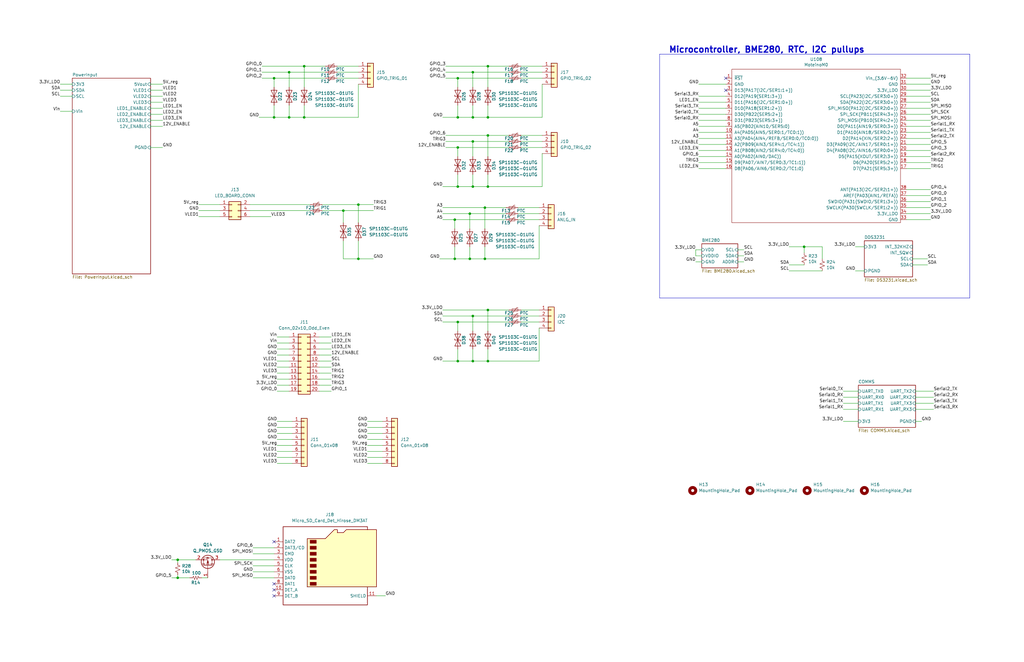
<source format=kicad_sch>
(kicad_sch (version 20230121) (generator eeschema)
  (paper "B")
  (title_block (title "BUM2 LED Controller") (date "2023-01-10") (rev "B"))
  (junction (at 151.13 109.22))
  (junction (at 74.93 243.84))
  (junction (at 121.92 30.48))
  (junction (at 191.77 92.71))
  (junction (at 205.74 152.4))
  (junction (at 191.77 109.22))
  (junction (at 74.93 236.22))
  (junction (at 193.04 135.89))
  (junction (at 151.13 86.36))
  (junction (at 205.74 57.15))
  (junction (at 115.57 49.53))
  (junction (at 193.04 62.23))
  (junction (at 193.04 33.02))
  (junction (at 204.47 109.22))
  (junction (at 144.78 88.9))
  (junction (at 198.12 90.17))
  (junction (at 193.04 78.74))
  (junction (at 128.27 27.94))
  (junction (at 199.39 78.74))
  (junction (at 193.04 152.4))
  (junction (at 205.74 130.81))
  (junction (at 128.27 49.53))
  (junction (at 121.92 49.53))
  (junction (at 193.04 49.53))
  (junction (at 199.39 59.69))
  (junction (at 339.09 104.14))
  (junction (at 205.74 27.94))
  (junction (at 205.74 78.74))
  (junction (at 205.74 49.53))
  (junction (at 199.39 30.48))
  (junction (at 115.57 33.02))
  (junction (at 204.47 87.63))
  (junction (at 199.39 152.4))
  (junction (at 199.39 133.35))
  (junction (at 198.12 109.22))
  (junction (at 199.39 49.53))
  (no_connect (at 306.07 38.1))
  (no_connect (at 115.57 228.6))
  (no_connect (at 115.57 246.38))
  (no_connect (at 306.07 33.02))
  (no_connect (at 115.57 251.46))
  (no_connect (at 115.57 248.92))
  (wire (pts (xy 382.27 38.1) (xy 392.43 38.1)))
  (wire (pts (xy 154.94 180.34) (xy 161.29 180.34)))
  (wire (pts (xy 193.04 33.02) (xy 193.04 36.83)))
  (wire (pts (xy 294.64 45.72) (xy 306.07 45.72)))
  (wire (pts (xy 135.89 88.9) (xy 144.78 88.9)))
  (wire (pts (xy 134.62 154.94) (xy 139.7 154.94)))
  (wire (pts (xy 204.47 109.22) (xy 198.12 109.22)))
  (wire (pts (xy 386.08 170.18) (xy 393.7 170.18)))
  (wire (pts (xy 382.27 33.02) (xy 392.43 33.02)))
  (wire (pts (xy 134.62 144.78) (xy 139.7 144.78)))
  (wire (pts (xy 198.12 104.14) (xy 198.12 109.22)))
  (wire (pts (xy 121.92 49.53) (xy 115.57 49.53)))
  (wire (pts (xy 219.71 59.69) (xy 228.6 59.69)))
  (wire (pts (xy 199.39 152.4) (xy 193.04 152.4)))
  (wire (pts (xy 144.78 109.22) (xy 151.13 109.22)))
  (wire (pts (xy 205.74 130.81) (xy 205.74 139.7)))
  (wire (pts (xy 294.64 48.26) (xy 306.07 48.26)))
  (wire (pts (xy 205.74 152.4) (xy 227.33 152.4)))
  (wire (pts (xy 306.07 66.04) (xy 294.64 66.04)))
  (wire (pts (xy 63.5 38.1) (xy 68.58 38.1)))
  (wire (pts (xy 219.71 27.94) (xy 228.6 27.94)))
  (wire (pts (xy 154.94 195.58) (xy 161.29 195.58)))
  (wire (pts (xy 116.84 195.58) (xy 123.19 195.58)))
  (wire (pts (xy 134.62 165.1) (xy 139.7 165.1)))
  (wire (pts (xy 293.37 105.41) (xy 295.91 105.41)))
  (wire (pts (xy 186.69 90.17) (xy 198.12 90.17)))
  (wire (pts (xy 74.93 236.22) (xy 74.93 237.49)))
  (wire (pts (xy 92.71 236.22) (xy 115.57 236.22)))
  (wire (pts (xy 205.74 57.15) (xy 205.74 66.04)))
  (wire (pts (xy 106.68 233.68) (xy 115.57 233.68)))
  (wire (pts (xy 142.24 33.02) (xy 151.13 33.02)))
  (wire (pts (xy 219.71 57.15) (xy 228.6 57.15)))
  (wire (pts (xy 386.08 167.64) (xy 393.7 167.64)))
  (wire (pts (xy 106.68 238.76) (xy 115.57 238.76)))
  (wire (pts (xy 134.62 152.4) (xy 139.7 152.4)))
  (wire (pts (xy 154.94 182.88) (xy 161.29 182.88)))
  (wire (pts (xy 116.84 160.02) (xy 121.92 160.02)))
  (wire (pts (xy 199.39 133.35) (xy 214.63 133.35)))
  (wire (pts (xy 227.33 138.43) (xy 227.33 152.4)))
  (wire (pts (xy 186.69 87.63) (xy 204.47 87.63)))
  (wire (pts (xy 386.08 172.72) (xy 393.7 172.72)))
  (wire (pts (xy 128.27 44.45) (xy 128.27 49.53)))
  (wire (pts (xy 116.84 185.42) (xy 123.19 185.42)))
  (wire (pts (xy 311.15 105.41) (xy 313.69 105.41)))
  (wire (pts (xy 134.62 149.86) (xy 139.7 149.86)))
  (wire (pts (xy 83.82 88.9) (xy 92.71 88.9)))
  (wire (pts (xy 193.04 147.32) (xy 193.04 152.4)))
  (wire (pts (xy 382.27 43.18) (xy 392.43 43.18)))
  (wire (pts (xy 115.57 44.45) (xy 115.57 49.53)))
  (wire (pts (xy 134.62 162.56) (xy 139.7 162.56)))
  (wire (pts (xy 186.69 135.89) (xy 193.04 135.89)))
  (wire (pts (xy 198.12 90.17) (xy 198.12 96.52)))
  (wire (pts (xy 382.27 87.63) (xy 392.43 87.63)))
  (wire (pts (xy 187.96 62.23) (xy 193.04 62.23)))
  (wire (pts (xy 339.09 104.14) (xy 346.71 104.14)))
  (wire (pts (xy 205.74 57.15) (xy 214.63 57.15)))
  (wire (pts (xy 219.71 33.02) (xy 228.6 33.02)))
  (wire (pts (xy 382.27 80.01) (xy 392.43 80.01)))
  (wire (pts (xy 218.44 90.17) (xy 227.33 90.17)))
  (wire (pts (xy 186.69 133.35) (xy 199.39 133.35)))
  (wire (pts (xy 218.44 87.63) (xy 227.33 87.63)))
  (wire (pts (xy 63.5 35.56) (xy 68.58 35.56)))
  (wire (pts (xy 382.27 68.58) (xy 392.43 68.58)))
  (wire (pts (xy 219.71 130.81) (xy 227.33 130.81)))
  (wire (pts (xy 116.84 144.78) (xy 121.92 144.78)))
  (wire (pts (xy 355.6 165.1) (xy 361.95 165.1)))
  (wire (pts (xy 382.27 58.42) (xy 392.43 58.42)))
  (wire (pts (xy 128.27 27.94) (xy 128.27 36.83)))
  (wire (pts (xy 74.93 242.57) (xy 74.93 243.84)))
  (wire (pts (xy 204.47 87.63) (xy 204.47 96.52)))
  (wire (pts (xy 205.74 130.81) (xy 214.63 130.81)))
  (wire (pts (xy 306.07 60.96) (xy 294.64 60.96)))
  (wire (pts (xy 219.71 133.35) (xy 227.33 133.35)))
  (wire (pts (xy 116.84 180.34) (xy 123.19 180.34)))
  (wire (pts (xy 121.92 30.48) (xy 137.16 30.48)))
  (wire (pts (xy 186.69 49.53) (xy 193.04 49.53)))
  (wire (pts (xy 63.5 50.8) (xy 68.58 50.8)))
  (wire (pts (xy 154.94 187.96) (xy 161.29 187.96)))
  (wire (pts (xy 199.39 147.32) (xy 199.39 152.4)))
  (wire (pts (xy 25.4 40.64) (xy 30.48 40.64)))
  (wire (pts (xy 116.84 162.56) (xy 121.92 162.56)))
  (wire (pts (xy 151.13 101.6) (xy 151.13 109.22)))
  (wire (pts (xy 72.39 236.22) (xy 74.93 236.22)))
  (wire (pts (xy 105.41 88.9) (xy 130.81 88.9)))
  (wire (pts (xy 116.84 177.8) (xy 123.19 177.8)))
  (wire (pts (xy 228.6 35.56) (xy 228.6 49.53)))
  (wire (pts (xy 186.69 152.4) (xy 193.04 152.4)))
  (wire (pts (xy 355.6 177.8) (xy 361.95 177.8)))
  (wire (pts (xy 63.5 48.26) (xy 68.58 48.26)))
  (wire (pts (xy 205.74 49.53) (xy 199.39 49.53)))
  (wire (pts (xy 116.84 157.48) (xy 121.92 157.48)))
  (wire (pts (xy 382.27 66.04) (xy 392.43 66.04)))
  (wire (pts (xy 128.27 27.94) (xy 137.16 27.94)))
  (wire (pts (xy 63.5 40.64) (xy 68.58 40.64)))
  (wire (pts (xy 116.84 187.96) (xy 123.19 187.96)))
  (wire (pts (xy 74.93 236.22) (xy 82.55 236.22)))
  (wire (pts (xy 204.47 87.63) (xy 213.36 87.63)))
  (wire (pts (xy 193.04 62.23) (xy 193.04 66.04)))
  (wire (pts (xy 134.62 142.24) (xy 139.7 142.24)))
  (wire (pts (xy 332.74 114.3) (xy 346.71 114.3)))
  (wire (pts (xy 306.07 71.12) (xy 294.64 71.12)))
  (wire (pts (xy 121.92 30.48) (xy 121.92 36.83)))
  (wire (pts (xy 106.68 231.14) (xy 115.57 231.14)))
  (wire (pts (xy 193.04 73.66) (xy 193.04 78.74)))
  (wire (pts (xy 106.68 243.84) (xy 115.57 243.84)))
  (wire (pts (xy 105.41 91.44) (xy 114.3 91.44)))
  (wire (pts (xy 193.04 135.89) (xy 214.63 135.89)))
  (wire (pts (xy 392.43 55.88) (xy 382.27 55.88)))
  (wire (pts (xy 186.69 92.71) (xy 191.77 92.71)))
  (wire (pts (xy 187.96 33.02) (xy 193.04 33.02)))
  (wire (pts (xy 154.94 177.8) (xy 161.29 177.8)))
  (wire (pts (xy 151.13 109.22) (xy 157.48 109.22)))
  (wire (pts (xy 205.74 73.66) (xy 205.74 78.74)))
  (wire (pts (xy 144.78 88.9) (xy 144.78 93.98)))
  (wire (pts (xy 191.77 92.71) (xy 213.36 92.71)))
  (wire (pts (xy 306.07 50.8) (xy 294.64 50.8)))
  (wire (pts (xy 187.96 57.15) (xy 205.74 57.15)))
  (wire (pts (xy 193.04 135.89) (xy 193.04 139.7)))
  (wire (pts (xy 74.93 243.84) (xy 80.01 243.84)))
  (wire (pts (xy 116.84 193.04) (xy 123.19 193.04)))
  (wire (pts (xy 63.5 62.23) (xy 68.58 62.23)))
  (wire (pts (xy 158.75 251.46) (xy 162.56 251.46)))
  (wire (pts (xy 25.4 46.99) (xy 30.48 46.99)))
  (wire (pts (xy 106.68 241.3) (xy 115.57 241.3)))
  (wire (pts (xy 191.77 92.71) (xy 191.77 96.52)))
  (wire (pts (xy 134.62 157.48) (xy 139.7 157.48)))
  (wire (pts (xy 205.74 147.32) (xy 205.74 152.4)))
  (wire (pts (xy 105.41 86.36) (xy 130.81 86.36)))
  (wire (pts (xy 382.27 40.64) (xy 392.43 40.64)))
  (wire (pts (xy 134.62 160.02) (xy 139.7 160.02)))
  (wire (pts (xy 144.78 101.6) (xy 144.78 109.22)))
  (wire (pts (xy 294.64 35.56) (xy 306.07 35.56)))
  (wire (pts (xy 205.74 78.74) (xy 199.39 78.74)))
  (wire (pts (xy 142.24 30.48) (xy 151.13 30.48)))
  (wire (pts (xy 199.39 30.48) (xy 199.39 36.83)))
  (wire (pts (xy 154.94 185.42) (xy 161.29 185.42)))
  (wire (pts (xy 294.64 53.34) (xy 306.07 53.34)))
  (wire (pts (xy 205.74 27.94) (xy 214.63 27.94)))
  (wire (pts (xy 382.27 50.8) (xy 392.43 50.8)))
  (wire (pts (xy 121.92 44.45) (xy 121.92 49.53)))
  (wire (pts (xy 115.57 33.02) (xy 115.57 36.83)))
  (wire (pts (xy 355.6 167.64) (xy 361.95 167.64)))
  (wire (pts (xy 339.09 106.68) (xy 339.09 104.14)))
  (wire (pts (xy 392.43 60.96) (xy 382.27 60.96)))
  (wire (pts (xy 384.81 111.76) (xy 391.16 111.76)))
  (wire (pts (xy 219.71 30.48) (xy 228.6 30.48)))
  (wire (pts (xy 294.64 58.42) (xy 306.07 58.42)))
  (wire (pts (xy 144.78 88.9) (xy 157.48 88.9)))
  (wire (pts (xy 382.27 35.56) (xy 392.43 35.56)))
  (wire (pts (xy 151.13 49.53) (xy 128.27 49.53)))
  (wire (pts (xy 151.13 86.36) (xy 157.48 86.36)))
  (wire (pts (xy 205.74 44.45) (xy 205.74 49.53)))
  (wire (pts (xy 193.04 44.45) (xy 193.04 49.53)))
  (wire (pts (xy 382.27 63.5) (xy 392.43 63.5)))
  (wire (pts (xy 193.04 62.23) (xy 214.63 62.23)))
  (wire (pts (xy 151.13 35.56) (xy 151.13 49.53)))
  (wire (pts (xy 228.6 49.53) (xy 205.74 49.53)))
  (wire (pts (xy 384.81 109.22) (xy 391.16 109.22)))
  (wire (pts (xy 135.89 86.36) (xy 151.13 86.36)))
  (wire (pts (xy 392.43 48.26) (xy 382.27 48.26)))
  (wire (pts (xy 219.71 62.23) (xy 228.6 62.23)))
  (wire (pts (xy 116.84 149.86) (xy 121.92 149.86)))
  (wire (pts (xy 332.74 111.76) (xy 339.09 111.76)))
  (polyline (pts (xy 408.94 22.86) (xy 408.94 125.73)))
  (wire (pts (xy 115.57 33.02) (xy 137.16 33.02)))
  (wire (pts (xy 392.43 71.12) (xy 382.27 71.12)))
  (wire (pts (xy 218.44 92.71) (xy 227.33 92.71)))
  (wire (pts (xy 151.13 86.36) (xy 151.13 93.98)))
  (wire (pts (xy 382.27 90.17) (xy 392.43 90.17)))
  (wire (pts (xy 360.68 114.3) (xy 364.49 114.3)))
  (wire (pts (xy 134.62 147.32) (xy 139.7 147.32)))
  (wire (pts (xy 386.08 165.1) (xy 393.7 165.1)))
  (wire (pts (xy 311.15 110.49) (xy 313.69 110.49)))
  (wire (pts (xy 154.94 193.04) (xy 161.29 193.04)))
  (wire (pts (xy 198.12 90.17) (xy 213.36 90.17)))
  (wire (pts (xy 116.84 147.32) (xy 121.92 147.32)))
  (wire (pts (xy 128.27 49.53) (xy 121.92 49.53)))
  (wire (pts (xy 355.6 172.72) (xy 361.95 172.72)))
  (wire (pts (xy 187.96 30.48) (xy 199.39 30.48)))
  (wire (pts (xy 116.84 152.4) (xy 121.92 152.4)))
  (wire (pts (xy 199.39 44.45) (xy 199.39 49.53)))
  (wire (pts (xy 185.42 109.22) (xy 191.77 109.22)))
  (wire (pts (xy 186.69 130.81) (xy 205.74 130.81)))
  (wire (pts (xy 204.47 104.14) (xy 204.47 109.22)))
  (wire (pts (xy 83.82 91.44) (xy 92.71 91.44)))
  (wire (pts (xy 191.77 104.14) (xy 191.77 109.22)))
  (wire (pts (xy 110.49 33.02) (xy 115.57 33.02)))
  (wire (pts (xy 294.64 40.64) (xy 306.07 40.64)))
  (wire (pts (xy 199.39 73.66) (xy 199.39 78.74)))
  (wire (pts (xy 109.22 49.53) (xy 115.57 49.53)))
  (wire (pts (xy 198.12 109.22) (xy 191.77 109.22)))
  (wire (pts (xy 219.71 135.89) (xy 227.33 135.89)))
  (wire (pts (xy 346.71 104.14) (xy 346.71 109.22)))
  (wire (pts (xy 392.43 85.09) (xy 382.27 85.09)))
  (wire (pts (xy 154.94 190.5) (xy 161.29 190.5)))
  (wire (pts (xy 227.33 95.25) (xy 227.33 109.22)))
  (wire (pts (xy 294.64 68.58) (xy 306.07 68.58)))
  (wire (pts (xy 199.39 30.48) (xy 214.63 30.48)))
  (wire (pts (xy 339.09 104.14) (xy 332.74 104.14)))
  (wire (pts (xy 382.27 82.55) (xy 392.43 82.55)))
  (wire (pts (xy 83.82 86.36) (xy 92.71 86.36)))
  (wire (pts (xy 228.6 64.77) (xy 228.6 78.74)))
  (wire (pts (xy 186.69 78.74) (xy 193.04 78.74)))
  (wire (pts (xy 116.84 190.5) (xy 123.19 190.5)))
  (wire (pts (xy 199.39 59.69) (xy 214.63 59.69)))
  (wire (pts (xy 116.84 165.1) (xy 121.92 165.1)))
  (wire (pts (xy 63.5 45.72) (xy 68.58 45.72)))
  (wire (pts (xy 313.69 107.95) (xy 311.15 107.95)))
  (wire (pts (xy 63.5 53.34) (xy 68.58 53.34)))
  (wire (pts (xy 386.08 177.8) (xy 388.62 177.8)))
  (wire (pts (xy 293.37 110.49) (xy 295.91 110.49)))
  (polyline (pts (xy 408.94 125.73) (xy 278.13 125.73)))
  (wire (pts (xy 295.91 107.95) (xy 293.37 107.95)))
  (wire (pts (xy 293.37 107.95) (xy 293.37 105.41)))
  (wire (pts (xy 193.04 33.02) (xy 214.63 33.02)))
  (wire (pts (xy 116.84 154.94) (xy 121.92 154.94)))
  (wire (pts (xy 355.6 170.18) (xy 361.95 170.18)))
  (wire (pts (xy 85.09 243.84) (xy 87.63 243.84)))
  (wire (pts (xy 382.27 45.72) (xy 392.43 45.72)))
  (wire (pts (xy 199.39 133.35) (xy 199.39 139.7)))
  (wire (pts (xy 294.64 63.5) (xy 306.07 63.5)))
  (wire (pts (xy 63.5 43.18) (xy 68.58 43.18)))
  (wire (pts (xy 228.6 78.74) (xy 205.74 78.74)))
  (wire (pts (xy 142.24 27.94) (xy 151.13 27.94)))
  (wire (pts (xy 360.68 104.14) (xy 364.49 104.14)))
  (wire (pts (xy 199.39 49.53) (xy 193.04 49.53)))
  (wire (pts (xy 116.84 182.88) (xy 123.19 182.88)))
  (wire (pts (xy 110.49 30.48) (xy 121.92 30.48)))
  (wire (pts (xy 25.4 35.56) (xy 30.48 35.56)))
  (wire (pts (xy 187.96 27.94) (xy 205.74 27.94)))
  (wire (pts (xy 25.4 38.1) (xy 30.48 38.1)))
  (polyline (pts (xy 278.13 125.73) (xy 278.13 22.86)))
  (wire (pts (xy 205.74 27.94) (xy 205.74 36.83)))
  (wire (pts (xy 382.27 92.71) (xy 392.43 92.71)))
  (wire (pts (xy 205.74 152.4) (xy 199.39 152.4)))
  (wire (pts (xy 116.84 142.24) (xy 121.92 142.24)))
  (wire (pts (xy 227.33 109.22) (xy 204.47 109.22)))
  (wire (pts (xy 306.07 43.18) (xy 294.64 43.18)))
  (wire (pts (xy 72.39 243.84) (xy 74.93 243.84)))
  (wire (pts (xy 306.07 55.88) (xy 294.64 55.88)))
  (wire (pts (xy 187.96 59.69) (xy 199.39 59.69)))
  (wire (pts (xy 382.27 53.34) (xy 392.43 53.34)))
  (polyline (pts (xy 278.13 22.86) (xy 408.94 22.86)))
  (wire (pts (xy 199.39 59.69) (xy 199.39 66.04)))
  (wire (pts (xy 199.39 78.74) (xy 193.04 78.74)))
  (wire (pts (xy 110.49 27.94) (xy 128.27 27.94)))
  (text "Microcontroller, BME280, RTC, I2C pullups\n\n" (at 281.94 26.67 0) (effects (font (size 2.54 2.54) (thickness 0.508) bold) (justify left bottom)))
  (label "GPIO_5" (at 72.39 243.84 180))
  (label "SPI_MOSI" (at 392.43 50.8 0))
  (label "SPI_SCK" (at 392.43 48.26 0))
  (label "3.3V_LDO" (at 293.37 105.41 180))
  (label "GPIO_0" (at 110.49 27.94 180))
  (label "A5" (at 186.69 92.71 180))
  (label "LED1_EN" (at 294.64 43.18 180))
  (label "GND" (at 154.94 180.34 180))
  (label "3.3V_LDO" (at 186.69 130.81 180))
  (label "GPIO_5" (at 187.96 33.02 180))
  (label "SPI_MOSI" (at 106.68 233.68 180))
  (label "VLED1" (at 116.84 190.5 180))
  (label "GND" (at 154.94 185.42 180))
  (label "Serial2_RX" (at 393.7 167.64 0))
  (label "Vin" (at 116.84 142.24 180))
  (label "LED1_EN" (at 68.58 45.72 0))
  (label "TRIG2" (at 139.7 160.02 0))
  (label "SPI_SCK" (at 106.68 238.76 180))
  (label "Serial2_TX" (at 392.43 58.42 0))
  (label "GND" (at 157.48 109.22 0))
  (label "SCL" (at 25.4 40.64 180))
  (label "GND" (at 293.37 110.49 180))
  (label "LED2_EN" (at 139.7 144.78 0))
  (label "GND" (at 83.82 88.9 180))
  (label "GND" (at 294.64 35.56 180))
  (label "Serial1_RX" (at 392.43 53.34 0))
  (label "GPIO_6" (at 106.68 231.14 180))
  (label "SDA" (at 332.74 111.76 180))
  (label "GND" (at 116.84 180.34 180))
  (label "SCL" (at 332.74 114.3 180))
  (label "GND" (at 185.42 109.22 180))
  (label "GPIO_2" (at 392.43 87.63 0))
  (label "3.3V_LDO" (at 116.84 162.56 180))
  (label "VLED1" (at 83.82 91.44 180))
  (label "Serial3_RX" (at 294.64 40.64 180))
  (label "SCL" (at 391.16 109.22 0))
  (label "GND" (at 116.84 177.8 180))
  (label "GPIO_0" (at 116.84 165.1 180))
  (label "LED3_EN" (at 294.64 63.5 180))
  (label "LED3_EN" (at 68.58 50.8 0))
  (label "TRIG3" (at 187.96 59.69 180))
  (label "GPIO_6" (at 187.96 57.15 180))
  (label "3.3V_LDO" (at 25.4 35.56 180))
  (label "5V_reg" (at 392.43 33.02 0))
  (label "GND" (at 392.43 35.56 0))
  (label "Serial3_RX" (at 393.7 172.72 0))
  (label "Vin" (at 116.84 144.78 180))
  (label "VLED2" (at 116.84 154.94 180))
  (label "GND" (at 360.68 114.3 180))
  (label "Serial1_RX" (at 355.6 172.72 180))
  (label "LED1_EN" (at 139.7 142.24 0))
  (label "TRIG2" (at 392.43 68.58 0))
  (label "GND" (at 388.62 177.8 0))
  (label "GND" (at 116.84 147.32 180))
  (label "Serial2_TX" (at 393.7 165.1 0))
  (label "LED2_EN" (at 294.64 71.12 180))
  (label "3.3V_LDO" (at 392.43 90.17 0))
  (label "12V_ENABLE" (at 68.58 53.34 0))
  (label "SDA" (at 391.16 111.76 0))
  (label "GND" (at 162.56 251.46 0))
  (label "VLED2" (at 116.84 193.04 180))
  (label "Vin" (at 25.4 46.99 180))
  (label "5V_reg" (at 83.82 86.36 180))
  (label "VLED2" (at 68.58 40.64 0))
  (label "VLED1" (at 116.84 152.4 180))
  (label "A3" (at 186.69 87.63 180))
  (label "GPIO_0" (at 392.43 82.55 0))
  (label "VLED3" (at 116.84 157.48 180))
  (label "SCL" (at 313.69 105.41 0))
  (label "GPIO_3" (at 392.43 63.5 0))
  (label "Serial3_TX" (at 294.64 45.72 180))
  (label "SDA" (at 25.4 38.1 180))
  (label "A5" (at 294.64 53.34 180))
  (label "3.3V_LDO" (at 392.43 38.1 0))
  (label "SPI_MISO" (at 106.68 243.84 180))
  (label "GND" (at 106.68 241.3 180))
  (label "GPIO_1" (at 392.43 85.09 0))
  (label "5V_reg" (at 68.58 35.56 0))
  (label "Serial1_TX" (at 392.43 55.88 0))
  (label "Serial1_TX" (at 355.6 170.18 180))
  (label "3.3V_LDO" (at 355.6 177.8 180))
  (label "VLED3" (at 154.94 195.58 180))
  (label "5V_reg" (at 116.84 187.96 180))
  (label "GND" (at 116.84 185.42 180))
  (label "GND" (at 68.58 62.23 0))
  (label "TRIG1" (at 157.48 88.9 0))
  (label "A4" (at 186.69 90.17 180))
  (label "GND" (at 186.69 152.4 180))
  (label "GND" (at 186.69 78.74 180))
  (label "VLED3" (at 114.3 91.44 0))
  (label "SCL" (at 186.69 135.89 180))
  (label "GPIO_2" (at 110.49 33.02 180))
  (label "GPIO_1" (at 110.49 30.48 180))
  (label "GPIO_4" (at 187.96 30.48 180))
  (label "Serial0_TX" (at 294.64 48.26 180))
  (label "VLED3" (at 116.84 195.58 180))
  (label "TRIG3" (at 294.64 68.58 180))
  (label "Serial2_RX" (at 392.43 66.04 0))
  (label "GND" (at 154.94 182.88 180))
  (label "GPIO_6" (at 294.64 66.04 180))
  (label "SPI_MISO" (at 392.43 45.72 0))
  (label "TRIG1" (at 139.7 157.48 0))
  (label "SDA" (at 392.43 43.18 0))
  (label "SCL" (at 392.43 40.64 0))
  (label "3.3V_LDO" (at 332.74 104.14 180))
  (label "GND" (at 154.94 177.8 180))
  (label "5V_reg" (at 154.94 187.96 180))
  (label "SDA" (at 186.69 133.35 180))
  (label "VLED1" (at 68.58 38.1 0))
  (label "Serial3_TX" (at 393.7 170.18 0))
  (label "TRIG3" (at 139.7 162.56 0))
  (label "3.3V_LDO" (at 360.68 104.14 180))
  (label "GPIO_3" (at 187.96 27.94 180))
  (label "GPIO_1" (at 139.7 165.1 0))
  (label "LED2_EN" (at 68.58 48.26 0))
  (label "5V_reg" (at 116.84 160.02 180))
  (label "Serial0_TX" (at 355.6 165.1 180))
  (label "SCL" (at 139.7 152.4 0))
  (label "GND" (at 313.69 110.49 0))
  (label "VLED1" (at 154.94 190.5 180))
  (label "VLED2" (at 154.94 193.04 180))
  (label "GND" (at 186.69 49.53 180))
  (label "12V_ENABLE" (at 294.64 60.96 180))
  (label "Serial0_RX" (at 355.6 167.64 180))
  (label "TRIG1" (at 392.43 71.12 0))
  (label "3.3V_LDO" (at 72.39 236.22 180))
  (label "GND" (at 116.84 149.86 180))
  (label "GND" (at 116.84 182.88 180))
  (label "Serial0_RX" (at 294.64 50.8 180))
  (label "LED3_EN" (at 139.7 147.32 0))
  (label "SDA" (at 313.69 107.95 0))
  (label "VLED3" (at 68.58 43.18 0))
  (label "SDA" (at 139.7 154.94 0))
  (label "GND" (at 392.43 92.71 0))
  (label "TRIG3" (at 157.48 86.36 0))
  (label "A4" (at 294.64 55.88 180))
  (label "GPIO_4" (at 392.43 80.01 0))
  (label "GND" (at 109.22 49.53 180))
  (label "12V_ENABLE" (at 187.96 62.23 180))
  (label "12V_ENABLE" (at 139.7 149.86 0))
  (label "GPIO_5" (at 392.43 60.96 0))
  (label "A3" (at 294.64 58.42 180))
  (symbol (lib_id "Dual-Mag-Camera-Control-rescue:MoteinoM0-ProjectDevices") (at 325.12 54.61 0) (unit 1)
    (property "Reference" "U108" (at 344.17 25.019 0))
    (property "Value" "MoteinoM0" (at 344.17 27.3304 0))
    (property "Footprint" "ProjectFootprints:MoteinoM0_SMD" (effects hide))
    (property "Datasheet" "https://lowpowerlab.com/guide/moteino/moteinom0/" (effects hide))
    (property "Part Number" "MoteinoM0" (effects hide))
    (property "Supplier" "low power lab" (effects hide))
    (property "Link" "https://lowpowerlab.com/guide/moteino/moteinom0/" (effects hide))
  )
  (symbol (lib_id "Connector_Generic:Conn_01x04") (at 232.41 133.35 0) (unit 1)
    (property "Reference" "J20" (at 234.95 133.35 0) (effects (justify left)))
    (property "Value" "I2C" (at 234.95 135.89 0) (effects (justify left)))
    (property "Footprint" "Connector_JST:JST_PH_S4B-PH-SM4-TB_1x04-1MP_P2.00mm_Horizontal" (effects hide))
    (property "Datasheet" "https://www.jst-mfg.com/product/pdf/eng/ePH.pdf" (effects hide))
    (property "Part Number" "455-S4B-PH-SM4-TBCT-ND" (effects hide))
    (property "Supplier" "Digikey" (effects hide))
    (property "Link" "https://www.digikey.com/en/products/detail/jst-sales-america-inc/S4B-PH-SM4-TB/926657" (effects hide))
  )
  (symbol (lib_id "Mechanical:MountingHole") (at 292.1 207.01 0) (unit 1)
    (property "Reference" "H13" (at 294.64 204.4699 0) (effects (justify left)))
    (property "Value" "MountingHole_Pad" (at 294.64 207.0099 0) (effects (justify left)))
    (property "Footprint" "MountingHole:MountingHole_3.2mm_M3_ISO14580" (effects hide))
  )
  (symbol (lib_id "Dual-Mag-Camera-Control-rescue:D_TVS-SPC-Control-rescue") (at 151.13 97.79 270) (unit 1)
    (property "Reference" "D37" (at 153.67 97.79 0))
    (property "Value" "SP1103C-01UTG" (at 163.83 96.52 90))
    (property "Footprint" "Resistor_SMD:R_0603_1608Metric" (effects hide))
    (property "Datasheet" "https://www.digikey.com/product-detail/en/bourns-inc/CDSOD323-T15C/CDSOD323-T15CCT-ND/3742034" (effects hide))
    (property "Part Number" "F10154CT-ND" (effects hide))
    (property "Supplier" "Digikey" (effects hide))
    (property "Link" "https://www.digikey.com/en/products/detail/littelfuse-inc/SP1103C-01UTG/7402656" (effects hide))
  )
  (symbol (lib_id "Dual-Mag-Camera-Control-rescue:D_TVS-SPC-Control-rescue") (at 199.39 69.85 270) (unit 1)
    (property "Reference" "D33" (at 201.93 69.85 0))
    (property "Value" "SP1103C-01UTG" (at 218.44 71.12 90))
    (property "Footprint" "Resistor_SMD:R_0603_1608Metric" (effects hide))
    (property "Datasheet" "https://www.digikey.com/product-detail/en/bourns-inc/CDSOD323-T15C/CDSOD323-T15CCT-ND/3742034" (effects hide))
    (property "Part Number" "F10154CT-ND" (effects hide))
    (property "Supplier" "Digikey" (effects hide))
    (property "Link" "https://www.digikey.com/en/products/detail/littelfuse-inc/SP1103C-01UTG/7402656" (effects hide))
  )
  (symbol (lib_id "Connector_Generic:Conn_01x08") (at 128.27 185.42 0) (unit 1)
    (property "Reference" "J11" (at 130.81 185.42 0) (effects (justify left)))
    (property "Value" "Conn_01x08" (at 130.81 187.96 0) (effects (justify left)))
    (property "Footprint" "Connector_Molex:Molex_PicoBlade_53261-0871_1x08-1MP_P1.25mm_Horizontal" (effects hide))
    (property "Datasheet" "https://www.molex.com/pdm_docs/sd/532610871_sd.pdf" (effects hide))
    (property "Part Number" "WM7626CT-ND" (effects hide))
    (property "Supplier" "Digikey" (effects hide))
    (property "Link" "https://www.digikey.com/en/products/detail/molex/0532610871/699100" (effects hide))
  )
  (symbol (lib_id "Mechanical:MountingHole") (at 364.49 207.01 0) (unit 1)
    (property "Reference" "H16" (at 367.03 204.4699 0) (effects (justify left)))
    (property "Value" "MountingHole_Pad" (at 367.03 207.0099 0) (effects (justify left)))
    (property "Footprint" "MountingHole:MountingHole_3.2mm_M3_ISO14580" (effects hide))
  )
  (symbol (lib_id "Dual-Mag-Camera-Control-rescue:Polyfuse_Small-SPC-Control-rescue") (at 139.7 30.48 270) (unit 1)
    (property "Reference" "F11" (at 137.16 31.75 90))
    (property "Value" "PTC" (at 143.51 31.75 90))
    (property "Footprint" "Resistor_SMD:R_0603_1608Metric" (effects hide))
    (property "Datasheet" "https://www.belfuse.com/resources/datasheets/circuitprotection/ds-cp-0zcm-series.pdf" (effects hide))
    (property "Part Number" "507-0ZCM0001FF2GCT-ND" (effects hide))
    (property "Supplier" "Digikey" (effects hide))
    (property "Link" "https://www.digikey.com/en/products/detail/bel-fuse-inc/0ZCM0001FF2G/10270528" (effects hide))
  )
  (symbol (lib_id "Device:R_Small_US") (at 339.09 109.22 180) (unit 1)
    (property "Reference" "R23" (at 340.8172 108.0516 0) (effects (justify right)))
    (property "Value" "10k" (at 340.8172 110.363 0) (effects (justify right)))
    (property "Footprint" "Resistor_SMD:R_0603_1608Metric" (effects hide))
    (property "Datasheet" "https://www.te.com/commerce/DocumentDelivery/DDEController?Action=srchrtrv&DocNm=1773204&DocType=DS&DocLang=English" (effects hide))
    (property "Link" "https://www.digikey.com/en/products/detail/te-connectivity-passive-product/CRG0603F10K/2055639?s=N4IgTCBcDaIIIEYAMA2JAWAHAYQCoFoA5AERAF0BfIA" (effects hide))
    (property "Part Number" "A106048CT-ND" (effects hide))
    (property "Supplier" "Digikey" (effects hide))
  )
  (symbol (lib_id "Dual-Mag-Camera-Control-rescue:Polyfuse_Small-SPC-Control-rescue") (at 217.17 27.94 270) (unit 1)
    (property "Reference" "F16" (at 214.63 29.21 90))
    (property "Value" "PTC" (at 220.98 29.21 90))
    (property "Footprint" "Resistor_SMD:R_0603_1608Metric" (effects hide))
    (property "Datasheet" "https://www.belfuse.com/resources/datasheets/circuitprotection/ds-cp-0zcm-series.pdf" (effects hide))
    (property "Part Number" "507-0ZCM0001FF2GCT-ND" (effects hide))
    (property "Supplier" "Digikey" (effects hide))
    (property "Link" "https://www.digikey.com/en/products/detail/bel-fuse-inc/0ZCM0001FF2G/10270528" (effects hide))
  )
  (symbol (lib_id "Connector_Generic:Conn_02x03_Odd_Even") (at 97.79 88.9 0) (unit 1)
    (property "Reference" "J13" (at 99.06 80.01 0))
    (property "Value" "LED_BOARD_CONN" (at 99.06 82.55 0))
    (property "Footprint" "ProjectFootprints:009276006021906" (effects hide))
    (property "Datasheet" "https://datasheets.kyocera-avx.com/PokeHomeHorizontal_00-9276.pdf" (effects hide))
    (property "Part Number" "478-009276006021906CT-ND" (effects hide))
    (property "Supplier" "Digikey" (effects hide))
    (property "Link" "https://www.digikey.com/en/products/detail/kyocera-avx/009276006021906/11307880" (effects hide))
  )
  (symbol (lib_id "Dual-Mag-Camera-Control-rescue:Polyfuse_Small-SPC-Control-rescue") (at 217.17 57.15 270) (unit 1)
    (property "Reference" "F20" (at 214.63 58.42 90))
    (property "Value" "PTC" (at 220.98 58.42 90))
    (property "Footprint" "Resistor_SMD:R_0603_1608Metric" (effects hide))
    (property "Datasheet" "https://www.belfuse.com/resources/datasheets/circuitprotection/ds-cp-0zcm-series.pdf" (effects hide))
    (property "Part Number" "507-0ZCM0001FF2GCT-ND" (effects hide))
    (property "Supplier" "Digikey" (effects hide))
    (property "Link" "https://www.digikey.com/en/products/detail/bel-fuse-inc/0ZCM0001FF2G/10270528" (effects hide))
  )
  (symbol (lib_id "Connector_Generic:Conn_01x04") (at 233.68 30.48 0) (unit 1)
    (property "Reference" "J17" (at 236.22 30.48 0) (effects (justify left)))
    (property "Value" "GPIO_TRIG_02" (at 236.22 33.02 0) (effects (justify left)))
    (property "Footprint" "ProjectFootprints:009276004021006" (effects hide))
    (property "Datasheet" "https://datasheets.kyocera-avx.com/PokeHomeHorizontal_00-9276.pdf" (effects hide))
    (property "Part Number" "478-009276004021906CT-ND" (effects hide))
    (property "Supplier" "Digikey" (effects hide))
    (property "Link" "https://www.digikey.com/en/products/detail/kyocera-avx/009276004021906/11307846" (effects hide))
  )
  (symbol (lib_id "Dual-Mag-Camera-Control-rescue:D_TVS-SPC-Control-rescue") (at 128.27 40.64 270) (unit 1)
    (property "Reference" "D24" (at 130.81 40.64 0))
    (property "Value" "SP1103C-01UTG" (at 140.97 39.37 90))
    (property "Footprint" "Resistor_SMD:R_0603_1608Metric" (effects hide))
    (property "Datasheet" "https://www.digikey.com/product-detail/en/bourns-inc/CDSOD323-T15C/CDSOD323-T15CCT-ND/3742034" (effects hide))
    (property "Part Number" "F10154CT-ND" (effects hide))
    (property "Supplier" "Digikey" (effects hide))
    (property "Link" "https://www.digikey.com/en/products/detail/littelfuse-inc/SP1103C-01UTG/7402656" (effects hide))
  )
  (symbol (lib_id "Dual-Mag-Camera-Control-rescue:Polyfuse_Small-SPC-Control-rescue") (at 215.9 92.71 270) (unit 1)
    (property "Reference" "F15" (at 213.36 93.98 90))
    (property "Value" "PTC" (at 219.71 93.98 90))
    (property "Footprint" "Resistor_SMD:R_0603_1608Metric" (effects hide))
    (property "Datasheet" "https://www.belfuse.com/resources/datasheets/circuitprotection/ds-cp-0zcm-series.pdf" (effects hide))
    (property "Part Number" "507-0ZCM0001FF2GCT-ND" (effects hide))
    (property "Supplier" "Digikey" (effects hide))
    (property "Link" "https://www.digikey.com/en/products/detail/bel-fuse-inc/0ZCM0001FF2G/10270528" (effects hide))
  )
  (symbol (lib_id "Connector_Generic:Conn_02x10_Odd_Even") (at 127 152.4 0) (unit 1)
    (property "Reference" "J11" (at 128.27 135.89 0))
    (property "Value" "Conn_02x10_Odd_Even" (at 128.27 138.43 0))
    (property "Footprint" "Connector_PinHeader_2.54mm:PinHeader_2x10_P2.54mm_Vertical" (effects hide))
    (instances (project "System-Controller-UVC" (path "" (reference "J11") (unit 1)) (path "" (reference "J14") (unit 1))))
  )
  (symbol (lib_id "Mechanical:MountingHole") (at 340.36 207.01 0) (unit 1)
    (property "Reference" "H15" (at 342.9 204.4699 0) (effects (justify left)))
    (property "Value" "MountingHole_Pad" (at 342.9 207.0099 0) (effects (justify left)))
    (property "Footprint" "MountingHole:MountingHole_3.2mm_M3_ISO14580" (effects hide))
  )
  (symbol (lib_id "Mechanical:MountingHole") (at 316.23 207.01 0) (unit 1)
    (property "Reference" "H14" (at 318.77 204.4699 0) (effects (justify left)))
    (property "Value" "MountingHole_Pad" (at 318.77 207.0099 0) (effects (justify left)))
    (property "Footprint" "MountingHole:MountingHole_3.2mm_M3_ISO14580" (effects hide))
  )
  (symbol (lib_id "Dual-Mag-Camera-Control-rescue:D_TVS-SPC-Control-rescue") (at 204.47 100.33 270) (unit 1)
    (property "Reference" "D29" (at 207.01 100.33 0))
    (property "Value" "SP1103C-01UTG" (at 217.17 99.06 90))
    (property "Footprint" "Resistor_SMD:R_0603_1608Metric" (effects hide))
    (property "Datasheet" "https://www.digikey.com/product-detail/en/bourns-inc/CDSOD323-T15C/CDSOD323-T15CCT-ND/3742034" (effects hide))
    (property "Part Number" "F10154CT-ND" (effects hide))
    (property "Supplier" "Digikey" (effects hide))
    (property "Link" "https://www.digikey.com/en/products/detail/littelfuse-inc/SP1103C-01UTG/7402656" (effects hide))
  )
  (symbol (lib_id "Dual-Mag-Camera-Control-rescue:Polyfuse_Small-SPC-Control-rescue") (at 217.17 59.69 270) (unit 1)
    (property "Reference" "F21" (at 214.63 60.96 90))
    (property "Value" "PTC" (at 220.98 60.96 90))
    (property "Footprint" "Resistor_SMD:R_0603_1608Metric" (effects hide))
    (property "Datasheet" "https://www.belfuse.com/resources/datasheets/circuitprotection/ds-cp-0zcm-series.pdf" (effects hide))
    (property "Part Number" "507-0ZCM0001FF2GCT-ND" (effects hide))
    (property "Supplier" "Digikey" (effects hide))
    (property "Link" "https://www.digikey.com/en/products/detail/bel-fuse-inc/0ZCM0001FF2G/10270528" (effects hide))
  )
  (symbol (lib_id "Dual-Mag-Camera-Control-rescue:D_TVS-SPC-Control-rescue") (at 198.12 100.33 270) (unit 1)
    (property "Reference" "D27" (at 200.66 100.33 0))
    (property "Value" "SP1103C-01UTG" (at 217.17 101.6 90))
    (property "Footprint" "Resistor_SMD:R_0603_1608Metric" (effects hide))
    (property "Datasheet" "https://www.digikey.com/product-detail/en/bourns-inc/CDSOD323-T15C/CDSOD323-T15CCT-ND/3742034" (effects hide))
    (property "Part Number" "F10154CT-ND" (effects hide))
    (property "Supplier" "Digikey" (effects hide))
    (property "Link" "https://www.digikey.com/en/products/detail/littelfuse-inc/SP1103C-01UTG/7402656" (effects hide))
  )
  (symbol (lib_id "Connector_Generic:Conn_01x04") (at 156.21 30.48 0) (unit 1)
    (property "Reference" "J15" (at 158.75 30.4799 0) (effects (justify left)))
    (property "Value" "GPIO_TRIG_01" (at 158.75 33.0199 0) (effects (justify left)))
    (property "Footprint" "ProjectFootprints:009276004021006" (effects hide))
    (property "Datasheet" "https://datasheets.kyocera-avx.com/PokeHomeHorizontal_00-9276.pdf" (effects hide))
    (property "Part Number" "478-009276004021906CT-ND" (effects hide))
    (property "Supplier" "Digikey" (effects hide))
    (property "Link" "https://www.digikey.com/en/products/detail/kyocera-avx/009276004021906/11307846" (effects hide))
  )
  (symbol (lib_id "Dual-Mag-Camera-Control-rescue:D_TVS-SPC-Control-rescue") (at 205.74 143.51 270) (unit 1)
    (property "Reference" "D40" (at 208.28 143.51 0))
    (property "Value" "SP1103C-01UTG" (at 218.44 142.24 90))
    (property "Footprint" "Resistor_SMD:R_0603_1608Metric" (effects hide))
    (property "Datasheet" "https://www.digikey.com/product-detail/en/bourns-inc/CDSOD323-T15C/CDSOD323-T15CCT-ND/3742034" (effects hide))
    (property "Part Number" "F10154CT-ND" (effects hide))
    (property "Supplier" "Digikey" (effects hide))
    (property "Link" "https://www.digikey.com/en/products/detail/littelfuse-inc/SP1103C-01UTG/7402656" (effects hide))
  )
  (symbol (lib_id "Project-Symbols:Q_PMOS_GSD") (at 87.63 238.76 270) (mirror x) (unit 1)
    (property "Reference" "Q14" (at 87.63 229.87 90))
    (property "Value" "Q_PMOS_GSD" (at 87.63 232.41 90))
    (property "Footprint" "Package_TO_SOT_SMD:SOT-23" (effects hide))
    (property "Datasheet" "https://www.diodes.com/assets/Datasheets/BSS84.pdf" (effects hide))
    (property "Part Number" "BSS84-FDICT-ND" (effects hide))
    (property "Supplier" "Digikey" (effects hide))
    (property "Link" "https://www.digikey.com/en/products/detail/diodes-incorporated/BSS84-7-F/717724" (effects hide))
  )
  (symbol (lib_id "Dual-Mag-Camera-Control-rescue:D_TVS-SPC-Control-rescue") (at 205.74 40.64 270) (unit 1)
    (property "Reference" "D30" (at 208.28 40.64 0))
    (property "Value" "SP1103C-01UTG" (at 218.44 39.37 90))
    (property "Footprint" "Resistor_SMD:R_0603_1608Metric" (effects hide))
    (property "Datasheet" "https://www.digikey.com/product-detail/en/bourns-inc/CDSOD323-T15C/CDSOD323-T15CCT-ND/3742034" (effects hide))
    (property "Part Number" "F10154CT-ND" (effects hide))
    (property "Supplier" "Digikey" (effects hide))
    (property "Link" "https://www.digikey.com/en/products/detail/littelfuse-inc/SP1103C-01UTG/7402656" (effects hide))
  )
  (symbol (lib_id "Dual-Mag-Camera-Control-rescue:D_TVS-SPC-Control-rescue") (at 199.39 40.64 270) (unit 1)
    (property "Reference" "D28" (at 201.93 40.64 0))
    (property "Value" "SP1103C-01UTG" (at 218.44 41.91 90))
    (property "Footprint" "Resistor_SMD:R_0603_1608Metric" (effects hide))
    (property "Datasheet" "https://www.digikey.com/product-detail/en/bourns-inc/CDSOD323-T15C/CDSOD323-T15CCT-ND/3742034" (effects hide))
    (property "Part Number" "F10154CT-ND" (effects hide))
    (property "Supplier" "Digikey" (effects hide))
    (property "Link" "https://www.digikey.com/en/products/detail/littelfuse-inc/SP1103C-01UTG/7402656" (effects hide))
  )
  (symbol (lib_id "Dual-Mag-Camera-Control-rescue:Polyfuse_Small-SPC-Control-rescue") (at 217.17 133.35 270) (unit 1)
    (property "Reference" "F26" (at 214.63 134.62 90))
    (property "Value" "PTC" (at 220.98 134.62 90))
    (property "Footprint" "Resistor_SMD:R_0603_1608Metric" (effects hide))
    (property "Datasheet" "https://www.belfuse.com/resources/datasheets/circuitprotection/ds-cp-0zcm-series.pdf" (effects hide))
    (property "Part Number" "507-0ZCM0001FF2GCT-ND" (effects hide))
    (property "Supplier" "Digikey" (effects hide))
    (property "Link" "https://www.digikey.com/en/products/detail/bel-fuse-inc/0ZCM0001FF2G/10270528" (effects hide))
  )
  (symbol (lib_id "Dual-Mag-Camera-Control-rescue:D_TVS-SPC-Control-rescue") (at 199.39 143.51 270) (unit 1)
    (property "Reference" "D39" (at 201.93 143.51 0))
    (property "Value" "SP1103C-01UTG" (at 218.44 144.78 90))
    (property "Footprint" "Resistor_SMD:R_0603_1608Metric" (effects hide))
    (property "Datasheet" "https://www.digikey.com/product-detail/en/bourns-inc/CDSOD323-T15C/CDSOD323-T15CCT-ND/3742034" (effects hide))
    (property "Part Number" "F10154CT-ND" (effects hide))
    (property "Supplier" "Digikey" (effects hide))
    (property "Link" "https://www.digikey.com/en/products/detail/littelfuse-inc/SP1103C-01UTG/7402656" (effects hide))
  )
  (symbol (lib_id "Connector_Generic:Conn_01x04") (at 232.41 90.17 0) (unit 1)
    (property "Reference" "J16" (at 234.95 90.17 0) (effects (justify left)))
    (property "Value" "ANLG_IN" (at 234.95 92.71 0) (effects (justify left)))
    (property "Footprint" "ProjectFootprints:009276004021006" (effects hide))
    (property "Datasheet" "https://datasheets.kyocera-avx.com/PokeHomeHorizontal_00-9276.pdf" (effects hide))
    (property "Part Number" "478-009276004021906CT-ND" (effects hide))
    (property "Supplier" "Digikey" (effects hide))
    (property "Link" "https://www.digikey.com/en/products/detail/kyocera-avx/009276004021906/11307846" (effects hide))
  )
  (symbol (lib_id "Dual-Mag-Camera-Control-rescue:Polyfuse_Small-SPC-Control-rescue") (at 133.35 88.9 270) (unit 1)
    (property "Reference" "F24" (at 130.81 90.17 90))
    (property "Value" "PTC" (at 137.16 90.17 90))
    (property "Footprint" "Resistor_SMD:R_0603_1608Metric" (effects hide))
    (property "Datasheet" "https://www.belfuse.com/resources/datasheets/circuitprotection/ds-cp-0zcm-series.pdf" (effects hide))
    (property "Part Number" "507-0ZCM0001FF2GCT-ND" (effects hide))
    (property "Supplier" "Digikey" (effects hide))
    (property "Link" "https://www.digikey.com/en/products/detail/bel-fuse-inc/0ZCM0001FF2G/10270528" (effects hide))
  )
  (symbol (lib_id "Dual-Mag-Camera-Control-rescue:Polyfuse_Small-SPC-Control-rescue") (at 217.17 30.48 270) (unit 1)
    (property "Reference" "F17" (at 214.63 31.75 90))
    (property "Value" "PTC" (at 220.98 31.75 90))
    (property "Footprint" "Resistor_SMD:R_0603_1608Metric" (effects hide))
    (property "Datasheet" "https://www.belfuse.com/resources/datasheets/circuitprotection/ds-cp-0zcm-series.pdf" (effects hide))
    (property "Part Number" "507-0ZCM0001FF2GCT-ND" (effects hide))
    (property "Supplier" "Digikey" (effects hide))
    (property "Link" "https://www.digikey.com/en/products/detail/bel-fuse-inc/0ZCM0001FF2G/10270528" (effects hide))
  )
  (symbol (lib_id "Dual-Mag-Camera-Control-rescue:Polyfuse_Small-SPC-Control-rescue") (at 217.17 135.89 270) (unit 1)
    (property "Reference" "F27" (at 214.63 137.16 90))
    (property "Value" "PTC" (at 220.98 137.16 90))
    (property "Footprint" "Resistor_SMD:R_0603_1608Metric" (effects hide))
    (property "Datasheet" "https://www.belfuse.com/resources/datasheets/circuitprotection/ds-cp-0zcm-series.pdf" (effects hide))
    (property "Part Number" "507-0ZCM0001FF2GCT-ND" (effects hide))
    (property "Supplier" "Digikey" (effects hide))
    (property "Link" "https://www.digikey.com/en/products/detail/bel-fuse-inc/0ZCM0001FF2G/10270528" (effects hide))
  )
  (symbol (lib_id "Dual-Mag-Camera-Control-rescue:Polyfuse_Small-SPC-Control-rescue") (at 215.9 87.63 270) (unit 1)
    (property "Reference" "F13" (at 213.36 88.9 90))
    (property "Value" "PTC" (at 219.71 88.9 90))
    (property "Footprint" "Resistor_SMD:R_0603_1608Metric" (effects hide))
    (property "Datasheet" "https://www.belfuse.com/resources/datasheets/circuitprotection/ds-cp-0zcm-series.pdf" (effects hide))
    (property "Part Number" "507-0ZCM0001FF2GCT-ND" (effects hide))
    (property "Supplier" "Digikey" (effects hide))
    (property "Link" "https://www.digikey.com/en/products/detail/bel-fuse-inc/0ZCM0001FF2G/10270528" (effects hide))
  )
  (symbol (lib_id "Dual-Mag-Camera-Control-rescue:Polyfuse_Small-SPC-Control-rescue") (at 217.17 62.23 270) (unit 1)
    (property "Reference" "F22" (at 214.63 63.5 90))
    (property "Value" "PTC" (at 220.98 63.5 90))
    (property "Footprint" "Resistor_SMD:R_0603_1608Metric" (effects hide))
    (property "Datasheet" "https://www.belfuse.com/resources/datasheets/circuitprotection/ds-cp-0zcm-series.pdf" (effects hide))
    (property "Part Number" "507-0ZCM0001FF2GCT-ND" (effects hide))
    (property "Supplier" "Digikey" (effects hide))
    (property "Link" "https://www.digikey.com/en/products/detail/bel-fuse-inc/0ZCM0001FF2G/10270528" (effects hide))
  )
  (symbol (lib_id "Connector:Micro_SD_Card_Det_Hirose_DM3AT") (at 138.43 238.76 0) (unit 1)
    (property "Reference" "J18" (at 139.065 217.17 0))
    (property "Value" "Micro_SD_Card_Det_Hirose_DM3AT" (at 139.065 219.71 0))
    (property "Footprint" "Connector_Card:microSD_HC_Hirose_DM3D-SF" (effects hide))
    (property "Datasheet" "https://www.hirose.com/product/document?clcode=CL0609-0033-6-00&productname=DM3AT-SF-PEJ2M5&series=DM3&documenttype=Catalog&lang=en&documentid=D49662_en" (effects hide))
    (property "Part Number" "HR1941CT-ND" (effects hide))
    (property "Supplier" "Digikey" (effects hide))
    (property "Link" "https://www.digikey.com/en/products/detail/hirose-electric-co-ltd/DM3D-SF/1786510" (effects hide))
  )
  (symbol (lib_id "Dual-Mag-Camera-Control-rescue:D_TVS-SPC-Control-rescue") (at 193.04 143.51 270) (unit 1)
    (property "Reference" "D38" (at 195.58 143.51 0))
    (property "Value" "SP1103C-01UTG" (at 218.44 147.32 90))
    (property "Footprint" "Resistor_SMD:R_0603_1608Metric" (effects hide))
    (property "Datasheet" "https://www.digikey.com/product-detail/en/bourns-inc/CDSOD323-T15C/CDSOD323-T15CCT-ND/3742034" (effects hide))
    (property "Part Number" "F10154CT-ND" (effects hide))
    (property "Supplier" "Digikey" (effects hide))
    (property "Link" "https://www.digikey.com/en/products/detail/littelfuse-inc/SP1103C-01UTG/7402656" (effects hide))
  )
  (symbol (lib_id "Dual-Mag-Camera-Control-rescue:D_TVS-SPC-Control-rescue") (at 193.04 40.64 270) (unit 1)
    (property "Reference" "D26" (at 195.58 40.64 0))
    (property "Value" "SP1103C-01UTG" (at 218.44 44.45 90))
    (property "Footprint" "Resistor_SMD:R_0603_1608Metric" (effects hide))
    (property "Datasheet" "https://www.digikey.com/product-detail/en/bourns-inc/CDSOD323-T15C/CDSOD323-T15CCT-ND/3742034" (effects hide))
    (property "Part Number" "F10154CT-ND" (effects hide))
    (property "Supplier" "Digikey" (effects hide))
    (property "Link" "https://www.digikey.com/en/products/detail/littelfuse-inc/SP1103C-01UTG/7402656" (effects hide))
  )
  (symbol (lib_id "Dual-Mag-Camera-Control-rescue:Resistor_small-SPC-Control-rescue") (at 82.55 243.84 270) (unit 1)
    (property "Reference" "R14" (at 82.55 245.872 90))
    (property "Value" "100" (at 82.804 241.808 90))
    (property "Footprint" "Resistor_SMD:R_0603_1608Metric" (effects hide))
    (property "Datasheet" "https://www.seielect.com/catalog/sei-rmcf_rmcp.pdf" (effects hide))
    (property "Part Number" "RMCF0603FT100RCT-ND " (effects hide))
    (property "Supplier" "Digikey" (effects hide))
    (property "Link" "https://www.digikey.com/en/products/detail/stackpole-electronics-inc/RMCF0603FT100R/1761113" (effects hide))
    (instances (project "System-Controller-UVC" (path "" (reference "R14") (unit 1)) (path "" (reference "R29") (unit 1))))
  )
  (symbol (lib_id "Dual-Mag-Camera-Control-rescue:D_TVS-SPC-Control-rescue") (at 191.77 100.33 270) (unit 1)
    (property "Reference" "D25" (at 194.31 100.33 0))
    (property "Value" "SP1103C-01UTG" (at 217.17 104.14 90))
    (property "Footprint" "Resistor_SMD:R_0603_1608Metric" (effects hide))
    (property "Datasheet" "https://www.digikey.com/product-detail/en/bourns-inc/CDSOD323-T15C/CDSOD323-T15CCT-ND/3742034" (effects hide))
    (property "Part Number" "F10154CT-ND" (effects hide))
    (property "Supplier" "Digikey" (effects hide))
    (property "Link" "https://www.digikey.com/en/products/detail/littelfuse-inc/SP1103C-01UTG/7402656" (effects hide))
  )
  (symbol (lib_id "Dual-Mag-Camera-Control-rescue:D_TVS-SPC-Control-rescue") (at 193.04 69.85 270) (unit 1)
    (property "Reference" "D32" (at 195.58 69.85 0))
    (property "Value" "SP1103C-01UTG" (at 218.44 73.66 90))
    (property "Footprint" "Resistor_SMD:R_0603_1608Metric" (effects hide))
    (property "Datasheet" "https://www.digikey.com/product-detail/en/bourns-inc/CDSOD323-T15C/CDSOD323-T15CCT-ND/3742034" (effects hide))
    (property "Part Number" "F10154CT-ND" (effects hide))
    (property "Supplier" "Digikey" (effects hide))
    (property "Link" "https://www.digikey.com/en/products/detail/littelfuse-inc/SP1103C-01UTG/7402656" (effects hide))
  )
  (symbol (lib_id "Device:R_Small_US") (at 74.93 240.03 180) (unit 1)
    (property "Reference" "R28" (at 76.6572 238.8616 0) (effects (justify right)))
    (property "Value" "10k" (at 76.6572 241.173 0) (effects (justify right)))
    (property "Footprint" "Resistor_SMD:R_0603_1608Metric" (effects hide))
    (property "Datasheet" "https://www.te.com/commerce/DocumentDelivery/DDEController?Action=srchrtrv&DocNm=1773204&DocType=DS&DocLang=English" (effects hide))
    (property "Link" "https://www.digikey.com/en/products/detail/te-connectivity-passive-product/CRG0603F10K/2055639?s=N4IgTCBcDaIIIEYAMA2JAWAHAYQCoFoA5AERAF0BfIA" (effects hide))
    (property "Part Number" "A106048CT-ND" (effects hide))
    (property "Supplier" "Digikey" (effects hide))
  )
  (symbol (lib_id "Dual-Mag-Camera-Control-rescue:D_TVS-SPC-Control-rescue") (at 144.78 97.79 270) (unit 1)
    (property "Reference" "D35" (at 147.32 97.79 0))
    (property "Value" "SP1103C-01UTG" (at 163.83 99.06 90))
    (property "Footprint" "Resistor_SMD:R_0603_1608Metric" (effects hide))
    (property "Datasheet" "https://www.digikey.com/product-detail/en/bourns-inc/CDSOD323-T15C/CDSOD323-T15CCT-ND/3742034" (effects hide))
    (property "Part Number" "F10154CT-ND" (effects hide))
    (property "Supplier" "Digikey" (effects hide))
    (property "Link" "https://www.digikey.com/en/products/detail/littelfuse-inc/SP1103C-01UTG/7402656" (effects hide))
  )
  (symbol (lib_id "Connector_Generic:Conn_01x04") (at 233.68 59.69 0) (unit 1)
    (property "Reference" "J10" (at 236.22 59.69 0) (effects (justify left)))
    (property "Value" "GPIO_TRIG_02" (at 236.22 62.23 0) (effects (justify left)))
    (property "Footprint" "ProjectFootprints:009276004021006" (effects hide))
    (property "Datasheet" "https://datasheets.kyocera-avx.com/PokeHomeHorizontal_00-9276.pdf" (effects hide))
    (property "Part Number" "478-009276004021906CT-ND" (effects hide))
    (property "Supplier" "Digikey" (effects hide))
    (property "Link" "https://www.digikey.com/en/products/detail/kyocera-avx/009276004021906/11307846" (effects hide))
  )
  (symbol (lib_id "Device:R_Small_US") (at 346.71 111.76 180) (unit 1)
    (property "Reference" "R24" (at 348.4372 110.5916 0) (effects (justify right)))
    (property "Value" "10k" (at 348.4372 112.903 0) (effects (justify right)))
    (property "Footprint" "Resistor_SMD:R_0603_1608Metric" (effects hide))
    (property "Datasheet" "https://www.te.com/commerce/DocumentDelivery/DDEController?Action=srchrtrv&DocNm=1773204&DocType=DS&DocLang=English" (effects hide))
    (property "Link" "https://www.digikey.com/en/products/detail/te-connectivity-passive-product/CRG0603F10K/2055639?s=N4IgTCBcDaIIIEYAMA2JAWAHAYQCoFoA5AERAF0BfIA" (effects hide))
    (property "Part Number" "A106048CT-ND" (effects hide))
    (property "Supplier" "Digikey" (effects hide))
  )
  (symbol (lib_id "Dual-Mag-Camera-Control-rescue:Polyfuse_Small-SPC-Control-rescue") (at 133.35 86.36 270) (unit 1)
    (property "Reference" "F23" (at 130.81 87.63 90))
    (property "Value" "PTC" (at 137.16 87.63 90))
    (property "Footprint" "Resistor_SMD:R_0603_1608Metric" (effects hide))
    (property "Datasheet" "https://www.belfuse.com/resources/datasheets/circuitprotection/ds-cp-0zcm-series.pdf" (effects hide))
    (property "Part Number" "507-0ZCM0001FF2GCT-ND" (effects hide))
    (property "Supplier" "Digikey" (effects hide))
    (property "Link" "https://www.digikey.com/en/products/detail/bel-fuse-inc/0ZCM0001FF2G/10270528" (effects hide))
  )
  (symbol (lib_id "Dual-Mag-Camera-Control-rescue:Polyfuse_Small-SPC-Control-rescue") (at 217.17 130.81 270) (unit 1)
    (property "Reference" "F25" (at 214.63 132.08 90))
    (property "Value" "PTC" (at 220.98 132.08 90))
    (property "Footprint" "Resistor_SMD:R_0603_1608Metric" (effects hide))
    (property "Datasheet" "https://www.belfuse.com/resources/datasheets/circuitprotection/ds-cp-0zcm-series.pdf" (effects hide))
    (property "Part Number" "507-0ZCM0001FF2GCT-ND" (effects hide))
    (property "Supplier" "Digikey" (effects hide))
    (property "Link" "https://www.digikey.com/en/products/detail/bel-fuse-inc/0ZCM0001FF2G/10270528" (effects hide))
  )
  (symbol (lib_id "Dual-Mag-Camera-Control-rescue:D_TVS-SPC-Control-rescue") (at 205.74 69.85 270) (unit 1)
    (property "Reference" "D34" (at 208.28 69.85 0))
    (property "Value" "SP1103C-01UTG" (at 218.44 68.58 90))
    (property "Footprint" "Resistor_SMD:R_0603_1608Metric" (effects hide))
    (property "Datasheet" "https://www.digikey.com/product-detail/en/bourns-inc/CDSOD323-T15C/CDSOD323-T15CCT-ND/3742034" (effects hide))
    (property "Part Number" "F10154CT-ND" (effects hide))
    (property "Supplier" "Digikey" (effects hide))
    (property "Link" "https://www.digikey.com/en/products/detail/littelfuse-inc/SP1103C-01UTG/7402656" (effects hide))
  )
  (symbol (lib_id "Dual-Mag-Camera-Control-rescue:Polyfuse_Small-SPC-Control-rescue") (at 215.9 90.17 270) (unit 1)
    (property "Reference" "F14" (at 213.36 91.44 90))
    (property "Value" "PTC" (at 219.71 91.44 90))
    (property "Footprint" "Resistor_SMD:R_0603_1608Metric" (effects hide))
    (property "Datasheet" "https://www.belfuse.com/resources/datasheets/circuitprotection/ds-cp-0zcm-series.pdf" (effects hide))
    (property "Part Number" "507-0ZCM0001FF2GCT-ND" (effects hide))
    (property "Supplier" "Digikey" (effects hide))
    (property "Link" "https://www.digikey.com/en/products/detail/bel-fuse-inc/0ZCM0001FF2G/10270528" (effects hide))
  )
  (symbol (lib_id "Connector_Generic:Conn_01x08") (at 166.37 185.42 0) (unit 1)
    (property "Reference" "J12" (at 168.91 185.42 0) (effects (justify left)))
    (property "Value" "Conn_01x08" (at 168.91 187.96 0) (effects (justify left)))
    (property "Footprint" "Connector_Molex:Molex_PicoBlade_53261-0871_1x08-1MP_P1.25mm_Horizontal" (effects hide))
    (property "Datasheet" "https://www.molex.com/pdm_docs/sd/532610871_sd.pdf" (effects hide))
    (property "Part Number" "WM7626CT-ND" (effects hide))
    (property "Supplier" "Digikey" (effects hide))
    (property "Link" "https://www.digikey.com/en/products/detail/molex/0532610871/699100" (effects hide))
  )
  (symbol (lib_id "Dual-Mag-Camera-Control-rescue:Polyfuse_Small-SPC-Control-rescue") (at 139.7 33.02 270) (unit 1)
    (property "Reference" "F12" (at 137.16 34.29 90))
    (property "Value" "PTC" (at 143.51 34.29 90))
    (property "Footprint" "Resistor_SMD:R_0603_1608Metric" (effects hide))
    (property "Datasheet" "https://www.belfuse.com/resources/datasheets/circuitprotection/ds-cp-0zcm-series.pdf" (effects hide))
    (property "Part Number" "507-0ZCM0001FF2GCT-ND" (effects hide))
    (property "Supplier" "Digikey" (effects hide))
    (property "Link" "https://www.digikey.com/en/products/detail/bel-fuse-inc/0ZCM0001FF2G/10270528" (effects hide))
  )
  (symbol (lib_id "Dual-Mag-Camera-Control-rescue:D_TVS-SPC-Control-rescue") (at 115.57 40.64 270) (unit 1)
    (property "Reference" "D22" (at 118.11 40.64 0))
    (property "Value" "SP1103C-01UTG" (at 140.97 44.45 90))
    (property "Footprint" "Resistor_SMD:R_0603_1608Metric" (effects hide))
    (property "Datasheet" "https://www.digikey.com/product-detail/en/bourns-inc/CDSOD323-T15C/CDSOD323-T15CCT-ND/3742034" (effects hide))
    (property "Part Number" "F10154CT-ND" (effects hide))
    (property "Supplier" "Digikey" (effects hide))
    (property "Link" "https://www.digikey.com/en/products/detail/littelfuse-inc/SP1103C-01UTG/7402656" (effects hide))
  )
  (symbol (lib_id "Dual-Mag-Camera-Control-rescue:Polyfuse_Small-SPC-Control-rescue") (at 217.17 33.02 270) (unit 1)
    (property "Reference" "F18" (at 214.63 34.29 90))
    (property "Value" "PTC" (at 220.98 34.29 90))
    (property "Footprint" "Resistor_SMD:R_0603_1608Metric" (effects hide))
    (property "Datasheet" "https://www.belfuse.com/resources/datasheets/circuitprotection/ds-cp-0zcm-series.pdf" (effects hide))
    (property "Part Number" "507-0ZCM0001FF2GCT-ND" (effects hide))
    (property "Supplier" "Digikey" (effects hide))
    (property "Link" "https://www.digikey.com/en/products/detail/bel-fuse-inc/0ZCM0001FF2G/10270528" (effects hide))
  )
  (symbol (lib_id "Dual-Mag-Camera-Control-rescue:Polyfuse_Small-SPC-Control-rescue") (at 139.7 27.94 270) (unit 1)
    (property "Reference" "F10" (at 137.16 29.21 90))
    (property "Value" "PTC" (at 143.51 29.21 90))
    (property "Footprint" "Resistor_SMD:R_0603_1608Metric" (effects hide))
    (property "Datasheet" "https://www.belfuse.com/resources/datasheets/circuitprotection/ds-cp-0zcm-series.pdf" (effects hide))
    (property "Part Number" "507-0ZCM0001FF2GCT-ND" (effects hide))
    (property "Supplier" "Digikey" (effects hide))
    (property "Link" "https://www.digikey.com/en/products/detail/bel-fuse-inc/0ZCM0001FF2G/10270528" (effects hide))
  )
  (symbol (lib_id "Dual-Mag-Camera-Control-rescue:D_TVS-SPC-Control-rescue") (at 121.92 40.64 270) (unit 1)
    (property "Reference" "D23" (at 124.46 40.64 0))
    (property "Value" "SP1103C-01UTG" (at 140.97 41.91 90))
    (property "Footprint" "Resistor_SMD:R_0603_1608Metric" (effects hide))
    (property "Datasheet" "https://www.digikey.com/product-detail/en/bourns-inc/CDSOD323-T15C/CDSOD323-T15CCT-ND/3742034" (effects hide))
    (property "Part Number" "F10154CT-ND" (effects hide))
    (property "Supplier" "Digikey" (effects hide))
    (property "Link" "https://www.digikey.com/en/products/detail/littelfuse-inc/SP1103C-01UTG/7402656" (effects hide))
  )
  (sheet (at 30.48 33.02) (size 33.02 82.55) (stroke (width 0.1524))
    (property "Sheetname" "PowerInput" (at 30.48 32.3084 0) (effects (justify left bottom)))
    (property "Sheetfile" "PowerInput.kicad_sch" (at 30.48 116.1546 0) (effects (justify left top)))
    (pin "SDA" input (at 30.48 38.1 180))
    (pin "SCL" input (at 30.48 40.64 180))
    (pin "3V3" input (at 30.48 35.56 180))
    (pin "Vin" input (at 30.48 46.99 180))
    (pin "PGND" input (at 63.5 62.23 0))
    (pin "VLED2" input (at 63.5 40.64 0))
    (pin "5Vout" input (at 63.5 35.56 0))
    (pin "VLED1" input (at 63.5 38.1 0))
    (pin "LED2_ENABLE" input (at 63.5 48.26 0))
    (pin "LED1_ENABLE" input (at 63.5 45.72 0))
    (pin "12V_ENABLE" input (at 63.5 53.34 0))
    (pin "VLED3" input (at 63.5 43.18 0))
    (pin "LED3_ENABLE" input (at 63.5 50.8 0))
  )
  (sheet (at 364.49 101.6) (size 20.32 15.24) (stroke (width 0.1524))
    (property "Sheetname" "DDS3231" (at 364.49 100.8884 0) (effects (justify left bottom)))
    (property "Sheetfile" "DS3231.kicad_sch" (at 364.49 117.4246 0) (effects (justify left top)))
    (pin "3V3" input (at 364.49 104.14 180))
    (pin "INT_32KHZ" input (at 384.81 104.14 0))
    (pin "INT_SQW" input (at 384.81 106.68 0))
    (pin "PGND" input (at 364.49 114.3 180))
    (pin "SCL" input (at 384.81 109.22 0))
    (pin "SDA" input (at 384.81 111.76 0))
  )
  (sheet (at 361.95 162.56) (size 24.13 17.78)
    (property "Sheetname" "COMMS" (at 361.95 161.8484 0) (effects (justify left bottom)))
    (property "Sheetfile" "COMMS.kicad_sch" (at 361.95 180.9246 0) (effects (justify left top)))
    (pin "UART_TX0" input (at 361.95 165.1 180))
    (pin "UART_RX0" input (at 361.95 167.64 180))
    (pin "PGND" input (at 386.08 177.8 0))
    (pin "3V3" input (at 361.95 177.8 180))
    (pin "UART_TX1" input (at 361.95 170.18 180))
    (pin "UART_RX1" input (at 361.95 172.72 180))
    (pin "UART_TX2" input (at 386.08 165.1 0))
    (pin "UART_RX2" input (at 386.08 167.64 0))
    (pin "UART_TX3" input (at 386.08 170.18 0))
    (pin "UART_RX3" input (at 386.08 172.72 0))
  )
  (sheet (at 295.91 102.87) (size 15.24 10.16)
    (property "Sheetname" "BME280" (at 295.91 102.1584 0) (effects (justify left bottom)))
    (property "Sheetfile" "BME280.kicad_sch" (at 295.91 113.6146 0) (effects (justify left top)))
    (pin "VDD" input (at 295.91 105.41 180))
    (pin "GND" input (at 295.91 110.49 180))
    (pin "VDDIO" input (at 295.91 107.95 180))
    (pin "SCL" input (at 311.15 105.41 0))
    (pin "SDA" input (at 311.15 107.95 0))
    (pin "ADDR" input (at 311.15 110.49 0))
  )
)
</source>
